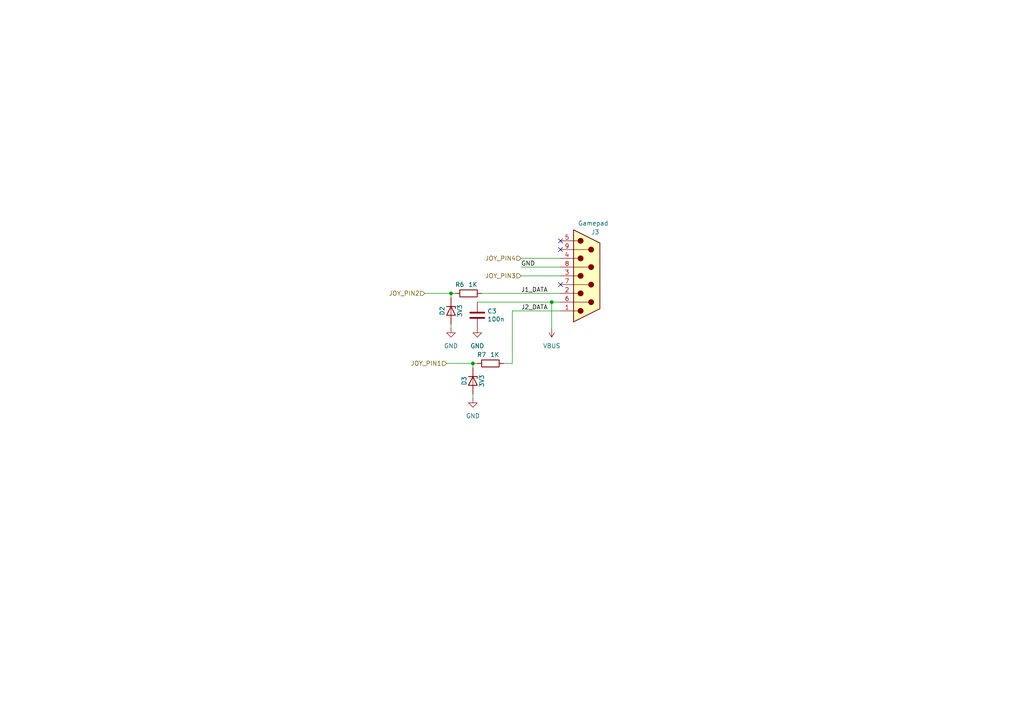
<source format=kicad_sch>
(kicad_sch (version 20250114) (generator "eeschema") (generator_version "9.0")
  (paper "A4")
  (title_block (title "MiniFRANK RM24") (date "2025-04-09") (rev "${VERSION}") (company "Mikhail Matveev") (comment 1 "https://github.com/xtremespb/frank"))
  (lib_symbols
    (symbol "Device:C" (pin_numbers (hide yes)) (pin_names (offset 0.254))
      (property "Reference" "C" (at 0.635 2.54 0))
      (property "Value" "C" (at 0.635 -2.54 0))
      (symbol "C_0_1"
        (polyline (pts (xy -2.032 0.762) (xy 2.032 0.762)) (stroke (width 0.508)))
        (polyline (pts (xy -2.032 -0.762) (xy 2.032 -0.762)) (stroke (width 0.508)))
      )
      (symbol "C_1_1"
        (pin passive line (at 0 3.81 270) (length 2.794) (name "~") (number "1"))
        (pin passive line (at 0 -3.81 90) (length 2.794) (name "~") (number "2"))
      )
    )
    (symbol "Device:D_Zener" (pin_numbers (hide yes)) (pin_names (offset 1.016) (hide yes))
      (property "Reference" "D" (at 0 2.54 0))
      (property "Value" "D_Zener" (at 0 -2.54 0))
      (symbol "D_Zener_0_1"
        (polyline (pts (xy -1.27 -1.27) (xy -1.27 1.27) (xy -0.762 1.27)) (stroke (width 0.254)))
        (polyline (pts (xy 1.27 0) (xy -1.27 0)))
        (polyline (pts (xy 1.27 -1.27) (xy 1.27 1.27) (xy -1.27 0) (xy 1.27 -1.27)) (stroke (width 0.254)))
      )
      (symbol "D_Zener_1_1"
        (pin passive line (at -3.81 0 0) (length 2.54) (name "K") (number "1"))
        (pin passive line (at 3.81 0 180) (length 2.54) (name "A") (number "2"))
      )
    )
    (symbol "Device:R" (pin_numbers (hide yes)) (pin_names (offset 0))
      (property "Reference" "R" (at 2.032 0 90))
      (property "Value" "R" (at 0 0 90))
      (symbol "R_0_1"
        (rectangle (start -1.016 -2.54) (end 1.016 2.54) (stroke (width 0.254)))
      )
      (symbol "R_1_1"
        (pin passive line (at 0 3.81 270) (length 1.27) (name "~") (number "1"))
        (pin passive line (at 0 -3.81 90) (length 1.27) (name "~") (number "2"))
      )
    )
    (symbol "FRANK:DB9_Male_Small" (pin_names (offset 1.016) (hide yes))
      (property "Reference" "JOY1" (at 1.27 12.7 0))
      (symbol "DB9_Male_Small_0_1"
        (polyline (pts (xy -3.81 10.16) (xy -2.54 10.16)))
        (polyline (pts (xy -3.81 7.62) (xy 0.508 7.62)))
        (polyline (pts (xy -3.81 5.08) (xy -2.54 5.08)))
        (polyline (pts (xy -3.81 2.54) (xy 0.508 2.54)))
        (polyline (pts (xy -3.81 0) (xy -2.54 0)))
        (polyline (pts (xy -3.81 -2.54) (xy 0.508 -2.54)))
        (polyline (pts (xy -3.81 -5.08) (xy -2.54 -5.08)))
        (polyline (pts (xy -3.81 -7.62) (xy 0.508 -7.62)))
        (polyline (pts (xy -3.81 -10.16) (xy -2.54 -10.16)))
        (polyline (pts (xy -3.81 -13.335) (xy -3.81 13.335) (xy 3.81 9.525) (xy 3.81 -9.525) (xy -3.81 -13.335)) (stroke (width 0.254)) (fill (type background)))
        (circle (center -1.778 10.16) (radius 0.762) (fill (type outline)))
        (circle (center -1.778 5.08) (radius 0.762) (fill (type outline)))
        (circle (center -1.778 0) (radius 0.762) (fill (type outline)))
        (circle (center -1.778 -5.08) (radius 0.762) (fill (type outline)))
        (circle (center -1.778 -10.16) (radius 0.762) (fill (type outline)))
        (circle (center 1.27 7.62) (radius 0.762) (fill (type outline)))
        (circle (center 1.27 2.54) (radius 0.762) (fill (type outline)))
        (circle (center 1.27 -2.54) (radius 0.762) (fill (type outline)))
        (circle (center 1.27 -7.62) (radius 0.762) (fill (type outline)))
      )
      (symbol "DB9_Male_Small_1_1"
        (pin passive line (at -7.62 10.16 0) (length 3.81) (name "5") (number "5"))
        (pin passive line (at -7.62 7.62 0) (length 3.81) (name "9") (number "9"))
        (pin passive line (at -7.62 5.08 0) (length 3.81) (name "4") (number "4"))
        (pin passive line (at -7.62 2.54 0) (length 3.81) (name "8") (number "8"))
        (pin passive line (at -7.62 0 0) (length 3.81) (name "3") (number "3"))
        (pin passive line (at -7.62 -2.54 0) (length 3.81) (name "7") (number "7"))
        (pin passive line (at -7.62 -5.08 0) (length 3.81) (name "2") (number "2"))
        (pin passive line (at -7.62 -7.62 0) (length 3.81) (name "6") (number "6"))
        (pin passive line (at -7.62 -10.16 0) (length 3.81) (name "1") (number "1"))
      )
    )
    (symbol "GND_1" (power) (pin_numbers (hide yes)) (pin_names (offset 0) (hide yes))
      (property "Value" "GND" (at 0 -3.81 0))
      (symbol "GND_1_0_1"
        (polyline (pts (xy 0 0) (xy 0 -1.27) (xy 1.27 -1.27) (xy 0 -2.54) (xy -1.27 -1.27) (xy 0 -1.27)))
      )
      (symbol "GND_1_1_1"
        (pin power_in line (at 0 0 270) (length 0) (name "~") (number "1"))
      )
    )
    (symbol "power:VBUS" (power) (pin_numbers (hide yes)) (pin_names (offset 0) (hide yes))
      (property "Value" "VBUS" (at 0 3.556 0))
      (symbol "VBUS_0_1"
        (polyline (pts (xy -0.762 1.27) (xy 0 2.54)))
        (polyline (pts (xy 0 2.54) (xy 0.762 1.27)))
        (polyline (pts (xy 0 0) (xy 0 2.54)))
      )
      (symbol "VBUS_1_1"
        (pin power_in line (at 0 0 90) (length 0) (name "~") (number "1"))
      )
    )
  )
  (junction (at 160.02 87.63))
  (junction (at 137.16 105.41))
  (junction (at 130.81 85.09))
  (no_connect (at 162.56 69.85))
  (no_connect (at 162.56 72.39))
  (no_connect (at 162.56 82.55))
  (wire (pts (xy 130.81 93.98) (xy 130.81 95.25)))
  (wire (pts (xy 160.02 87.63) (xy 160.02 95.25)))
  (wire (pts (xy 138.43 87.63) (xy 160.02 87.63)))
  (wire (pts (xy 139.7 85.09) (xy 162.56 85.09)))
  (wire (pts (xy 151.13 80.01) (xy 162.56 80.01)))
  (wire (pts (xy 129.54 105.41) (xy 137.16 105.41)))
  (wire (pts (xy 151.13 74.93) (xy 162.56 74.93)))
  (wire (pts (xy 137.16 105.41) (xy 137.16 106.68)))
  (wire (pts (xy 138.43 105.41) (xy 137.16 105.41)))
  (wire (pts (xy 146.05 105.41) (xy 148.59 105.41)))
  (wire (pts (xy 148.59 90.17) (xy 162.56 90.17)))
  (wire (pts (xy 160.02 87.63) (xy 162.56 87.63)))
  (wire (pts (xy 137.16 114.3) (xy 137.16 115.57)))
  (wire (pts (xy 151.13 77.47) (xy 162.56 77.47)))
  (wire (pts (xy 130.81 85.09) (xy 130.81 86.36)))
  (wire (pts (xy 132.08 85.09) (xy 130.81 85.09)))
  (wire (pts (xy 123.19 85.09) (xy 130.81 85.09)))
  (wire (pts (xy 148.59 105.41) (xy 148.59 90.17)))
  (label "J2_DATA" (at 151.13 90.17 0))
  (label "GND" (at 151.13 77.47 0))
  (label "J1_DATA" (at 151.13 85.09 0))
  (hierarchical_label "JOY_PIN4" (shape input) (at 151.13 74.93 180))
  (hierarchical_label "JOY_PIN1" (shape input) (at 129.54 105.41 180))
  (hierarchical_label "JOY_PIN2" (shape input) (at 123.19 85.09 180))
  (hierarchical_label "JOY_PIN3" (shape input) (at 151.13 80.01 180))
  (symbol (lib_id "Device:D_Zener") (at 137.16 110.49 270) (unit 1)
    (property "Reference" "D6" (at 134.62 110.49 0))
    (property "Value" "3V3" (at 139.7 110.49 0))
    (property "Footprint" "FRANK:Diode (SOD-323)" (effects (hide yes)))
    (property "Datasheet" "https://diotec.com/request/datasheet/mms3z2b4gw.pdf" (effects (hide yes)))
    (property "AliExpress" "https://www.aliexpress.com/item/1005006143480992.html" (effects (hide yes)))
    (instances (project "38NJU24" (path "" (reference "D3") (unit 1))) (project "valera-2350A" (path "" (reference "D6") (unit 1))))
  )
  (symbol (lib_id "Device:C") (at 138.43 91.44 0) (unit 1)
    (property "Reference" "C28" (at 141.351 90.2716 0) (effects (justify left)))
    (property "Value" "100n" (at 141.351 92.583 0) (effects (justify left)))
    (property "Footprint" "FRANK:Capacitor (0805)" (effects (hide yes)))
    (property "Datasheet" "https://eu.mouser.com/datasheet/2/40/KGM_X7R-3223212.pdf" (effects (hide yes)))
    (property "AliExpress" "https://www.aliexpress.com/item/33008008276.html" (effects (hide yes)))
    (instances (project "38NJU24" (path "" (reference "C3") (unit 1))) (project "valera-2350A" (path "" (reference "C28") (unit 1))))
  )
  (symbol (lib_id "power:VBUS") (at 160.02 95.25 180) (unit 1)
    (property "Reference" "#PWR0103" (effects (hide yes)))
    (property "Value" "VBUS" (at 160.02 100.33 0))
    (property "Description" "Power symbol creates a global label with name \"VBUS\"" (effects (hide yes)))
  )
  (symbol (lib_id "Device:R") (at 135.89 85.09 90) (unit 1)
    (property "Reference" "R35" (at 133.35 82.55 90))
    (property "Value" "1K" (at 137.16 82.55 90))
    (property "Footprint" "FRANK:Resistor (0805)" (effects (hide yes)))
    (property "Datasheet" "https://www.vishay.com/docs/28952/mcs0402at-mct0603at-mcu0805at-mca1206at.pdf" (effects (hide yes)))
    (property "AliExpress" "https://www.vishay.com/docs/28952/mcs0402at-mct0603at-mcu0805at-mca1206at.pdf" (effects (hide yes)))
    (instances (project "38NJU24" (path "" (reference "R6") (unit 1))) (project "valera-2350A" (path "" (reference "R35") (unit 1))))
  )
  (symbol (lib_name "GND_1") (lib_id "power:GND") (at 130.81 95.25 0) (unit 1)
    (property "Reference" "#PWR062" (effects (hide yes)))
    (property "Value" "GND" (at 130.81 100.33 0))
    (property "Description" "Power symbol creates a global label with name \"GND\" , ground" (effects (hide yes)))
    (instances (project "" (path "" (reference "#PWR09") (unit 1))) (project "valera-2350A" (path "" (reference "#PWR062") (unit 1))))
  )
  (symbol (lib_id "Device:D_Zener") (at 130.81 90.17 270) (unit 1)
    (property "Reference" "D5" (at 128.27 90.17 0))
    (property "Value" "3V3" (at 133.35 90.17 0))
    (property "Footprint" "FRANK:Diode (SOD-323)" (effects (hide yes)))
    (property "Datasheet" "https://diotec.com/request/datasheet/mms3z2b4gw.pdf" (effects (hide yes)))
    (property "AliExpress" "https://www.aliexpress.com/item/1005006143480992.html" (effects (hide yes)))
    (instances (project "38NJU24" (path "" (reference "D2") (unit 1))) (project "valera-2350A" (path "" (reference "D5") (unit 1))))
  )
  (symbol (lib_name "GND_1") (lib_id "power:GND") (at 137.16 115.57 0) (unit 1)
    (property "Reference" "#PWR0102" (effects (hide yes)))
    (property "Value" "GND" (at 137.16 120.65 0))
    (property "Description" "Power symbol creates a global label with name \"GND\" , ground" (effects (hide yes)))
    (instances (project "38NJU24" (path "" (reference "#PWR011") (unit 1))) (project "valera-2350A" (path "" (reference "#PWR0102") (unit 1))))
  )
  (symbol (lib_name "GND_1") (lib_id "power:GND") (at 138.43 95.25 0) (unit 1)
    (property "Reference" "#PWR0101" (effects (hide yes)))
    (property "Value" "GND" (at 138.43 100.33 0))
    (property "Description" "Power symbol creates a global label with name \"GND\" , ground" (effects (hide yes)))
    (instances (project "38NJU24" (path "" (reference "#PWR010") (unit 1))) (project "valera-2350A" (path "" (reference "#PWR0101") (unit 1))))
  )
  (symbol (lib_id "FRANK:DB9_Male_Small") (at 170.18 80.01 0) (unit 1)
    (property "Reference" "J1" (at 171.45 67.31 0) (effects (justify left)))
    (property "Value" "Gamepad" (at 167.64 64.77 0) (effects (justify left)))
    (property "Footprint" "FRANK:D-SUB (9 pin, male, top mount)" (effects (hide yes)))
    (property "Datasheet" "https://gr.mouser.com/datasheet/2/18/6E17XXXXPXXX21X-23786.pdf" (effects (hide yes)))
    (property "AliExpress" "https://www.aliexpress.com/item/4001214300548.html" (effects (hide yes)))
    (instances (project "38NJU24" (path "" (reference "J3") (unit 1))) (project "valera-2350A" (path "" (reference "J1") (unit 1))))
  )
  (symbol (lib_id "Device:R") (at 142.24 105.41 90) (unit 1)
    (property "Reference" "R36" (at 139.7 102.87 90))
    (property "Value" "1K" (at 143.51 102.87 90))
    (property "Footprint" "FRANK:Resistor (0805)" (effects (hide yes)))
    (property "Datasheet" "https://www.vishay.com/docs/28952/mcs0402at-mct0603at-mcu0805at-mca1206at.pdf" (effects (hide yes)))
    (property "AliExpress" "https://www.vishay.com/docs/28952/mcs0402at-mct0603at-mcu0805at-mca1206at.pdf" (effects (hide yes)))
    (instances (project "38NJU24" (path "" (reference "R7") (unit 1))) (project "valera-2350A" (path "" (reference "R36") (unit 1))))
  )
)
</source>
